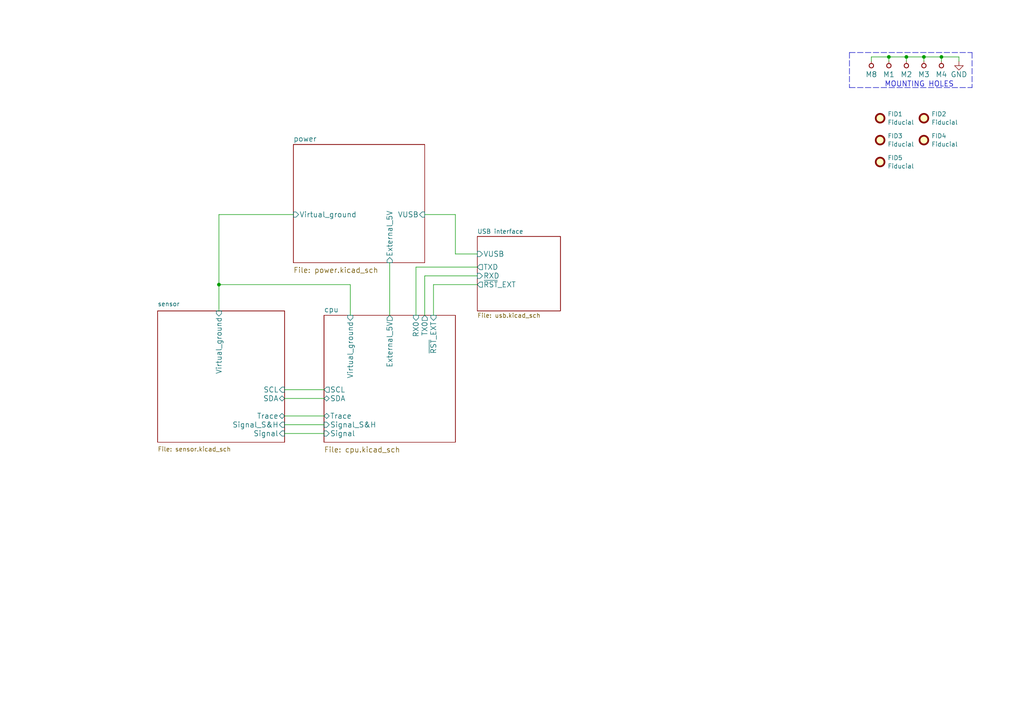
<source format=kicad_sch>
(kicad_sch (version 20230121) (generator eeschema)
  (paper "A4")
  (title_block (title "USTSIPIN02B") (date "2023-08-15") (company "UST.cz") (comment 2 "Silicon PIN diode based\\ndosimeter and spectrometer") (comment 3 "info@ust.cz"))
  (lib_symbols
    (symbol "MLAB_MECHANICAL:HOLE" (pin_numbers hide) (pin_names (offset 1.016) hide)
      (property "Reference" "M" (at 0 2.54 0))
      (property "Value" "HOLE" (at 0 -2.54 0))
      (symbol "HOLE_0_1"
        (circle (center 0 0) (radius 0.635) (stroke (width 0.254)))
      )
      (symbol "HOLE_1_1"
        (pin input line (at 1.27 0 180) (length 0.635) (name "~") (number "1"))
      )
    )
    (symbol "Mechanical:Fiducial"
      (property "Reference" "FID" (at 0 5.08 0))
      (property "Value" "Fiducial" (at 0 3.175 0))
      (symbol "Fiducial_0_1"
        (circle (center 0 0) (radius 1.27) (stroke (width 0.508)) (fill (type background)))
      )
    )
    (symbol "power:GND" (power) (pin_names (offset 0))
      (property "Value" "GND" (at 0 -3.81 0))
      (symbol "GND_0_1"
        (polyline (pts (xy 0 0) (xy 0 -1.27) (xy 1.27 -1.27) (xy 0 -2.54) (xy -1.27 -1.27) (xy 0 -1.27)))
      )
      (symbol "GND_1_1"
        (pin power_in line (at 0 0 270) (length 0) hide (name "GND") (number "1"))
      )
    )
  )
  (junction (at 63.5 82.55))
  (junction (at 257.81 16.51))
  (junction (at 273.05 16.51))
  (junction (at 262.89 16.51))
  (junction (at 267.97 16.51))
  (wire (pts (xy 82.55 120.65) (xy 93.98 120.65)))
  (wire (pts (xy 63.5 90.17) (xy 63.5 82.55)))
  (wire (pts (xy 63.5 82.55) (xy 63.5 62.23)))
  (wire (pts (xy 257.81 16.51) (xy 262.89 16.51)))
  (wire (pts (xy 82.55 113.03) (xy 93.98 113.03)))
  (wire (pts (xy 123.19 62.23) (xy 132.08 62.23)))
  (wire (pts (xy 138.43 82.55) (xy 125.73 82.55)))
  (polyline (pts (xy 281.94 15.24) (xy 281.94 25.4)) (stroke (width 0) (type dash)))
  (polyline (pts (xy 246.38 25.4) (xy 281.94 25.4)) (stroke (width 0) (type dash)))
  (polyline (pts (xy 246.38 15.24) (xy 281.94 15.24)) (stroke (width 0) (type dash)))
  (wire (pts (xy 125.73 82.55) (xy 125.73 91.44)))
  (wire (pts (xy 267.97 17.78) (xy 267.97 16.51)))
  (polyline (pts (xy 246.38 15.24) (xy 246.38 25.4)) (stroke (width 0) (type dash)))
  (wire (pts (xy 273.05 16.51) (xy 278.13 16.51)))
  (wire (pts (xy 63.5 62.23) (xy 85.09 62.23)))
  (wire (pts (xy 138.43 77.47) (xy 120.65 77.47)))
  (wire (pts (xy 113.03 76.2) (xy 113.03 91.44)))
  (wire (pts (xy 132.08 73.66) (xy 132.08 62.23)))
  (wire (pts (xy 101.6 82.55) (xy 63.5 82.55)))
  (wire (pts (xy 252.73 17.78) (xy 252.73 16.51)))
  (wire (pts (xy 262.89 17.78) (xy 262.89 16.51)))
  (wire (pts (xy 120.65 77.47) (xy 120.65 91.44)))
  (wire (pts (xy 123.19 80.01) (xy 123.19 91.44)))
  (wire (pts (xy 82.55 123.19) (xy 93.98 123.19)))
  (wire (pts (xy 273.05 17.78) (xy 273.05 16.51)))
  (wire (pts (xy 138.43 80.01) (xy 123.19 80.01)))
  (wire (pts (xy 132.08 73.66) (xy 138.43 73.66)))
  (wire (pts (xy 252.73 16.51) (xy 257.81 16.51)))
  (wire (pts (xy 82.55 125.73) (xy 93.98 125.73)))
  (wire (pts (xy 262.89 16.51) (xy 267.97 16.51)))
  (wire (pts (xy 101.6 91.44) (xy 101.6 82.55)))
  (wire (pts (xy 257.81 16.51) (xy 257.81 17.78)))
  (wire (pts (xy 278.13 17.78) (xy 278.13 16.51)))
  (wire (pts (xy 82.55 115.57) (xy 93.98 115.57)))
  (wire (pts (xy 267.97 16.51) (xy 273.05 16.51)))
  (text "MOUNTING HOLES" (at 256.54 25.4 0) (effects (font (size 1.524 1.524)) (justify left bottom)))
  (symbol (lib_id "MLAB_MECHANICAL:HOLE") (at 262.89 19.05 90) (unit 1)
    (property "Reference" "M2" (at 262.89 21.59 90) (effects (font (size 1.524 1.524))))
    (property "Value" "HOLE" (effects hide))
    (property "Footprint" "Mlab_Mechanical:MountingHole_3mm" (effects hide))
  )
  (symbol (lib_id "MLAB_MECHANICAL:HOLE") (at 267.97 19.05 90) (unit 1)
    (property "Reference" "M3" (at 267.97 21.59 90) (effects (font (size 1.524 1.524))))
    (property "Value" "HOLE" (effects hide))
    (property "Footprint" "Mlab_Mechanical:MountingHole_3mm" (effects hide))
  )
  (symbol (lib_id "MLAB_MECHANICAL:HOLE") (at 273.05 19.05 90) (unit 1)
    (property "Reference" "M4" (at 273.05 21.59 90) (effects (font (size 1.524 1.524))))
    (property "Value" "HOLE" (effects hide))
    (property "Footprint" "Mlab_Mechanical:MountingHole_3mm" (effects hide))
  )
  (symbol (lib_id "power:GND") (at 278.13 17.78 0) (unit 1)
    (property "Reference" "#PWR03" (effects hide))
    (property "Value" "GND" (at 278.13 21.59 0) (effects (font (size 1.524 1.524))))
  )
  (symbol (lib_id "MLAB_MECHANICAL:HOLE") (at 257.81 19.05 90) (unit 1)
    (property "Reference" "M1" (at 257.81 21.59 90) (effects (font (size 1.524 1.524))))
    (property "Value" "HOLE" (effects hide))
    (property "Footprint" "Mlab_Mechanical:MountingHole_3mm" (effects hide))
  )
  (symbol (lib_id "MLAB_MECHANICAL:HOLE") (at 252.73 19.05 90) (unit 1)
    (property "Reference" "M8" (at 252.73 21.59 90) (effects (font (size 1.524 1.524))))
    (property "Value" "BMI-S-204-F" (effects hide))
    (property "Footprint" "RF_Shielding:Laird_Technologies_BMI-S-204-F_32.00x32.00mm" (effects hide))
    (property "UST_ID" "5c72751c1287500b4e11301a" (effects hide))
  )
  (symbol (lib_id "Mechanical:Fiducial") (at 255.27 40.64 0) (unit 1)
    (property "Reference" "FID3" (at 257.429 39.4279 0) (effects (justify left)))
    (property "Value" "Fiducial" (at 257.429 41.8521 0) (effects (justify left)))
    (property "Footprint" "Fiducial:Fiducial_1mm_Mask2mm" (effects hide))
  )
  (symbol (lib_id "Mechanical:Fiducial") (at 255.27 34.29 0) (unit 1)
    (property "Reference" "FID1" (at 257.429 33.0779 0) (effects (justify left)))
    (property "Value" "Fiducial" (at 257.429 35.5021 0) (effects (justify left)))
    (property "Footprint" "Fiducial:Fiducial_1mm_Mask2mm" (effects hide))
  )
  (symbol (lib_id "Mechanical:Fiducial") (at 267.97 34.29 0) (unit 1)
    (property "Reference" "FID2" (at 270.129 33.0779 0) (effects (justify left)))
    (property "Value" "Fiducial" (at 270.129 35.5021 0) (effects (justify left)))
    (property "Footprint" "Fiducial:Fiducial_1mm_Mask2mm" (effects hide))
  )
  (symbol (lib_id "Mechanical:Fiducial") (at 267.97 40.64 0) (unit 1)
    (property "Reference" "FID4" (at 270.129 39.4279 0) (effects (justify left)))
    (property "Value" "Fiducial" (at 270.129 41.8521 0) (effects (justify left)))
    (property "Footprint" "Fiducial:Fiducial_1mm_Mask2mm" (effects hide))
  )
  (symbol (lib_id "Mechanical:Fiducial") (at 255.27 46.99 0) (unit 1)
    (property "Reference" "FID5" (at 257.429 45.7779 0) (effects (justify left)))
    (property "Value" "Fiducial" (at 257.429 48.2021 0) (effects (justify left)))
    (property "Footprint" "Fiducial:Fiducial_1mm_Mask2mm" (effects hide))
  )
  (sheet (at 93.98 91.44) (size 38.1 36.83)
    (property "Sheetname" "cpu" (at 93.98 90.6775 0) (effects (font (size 1.524 1.524)) (justify left bottom)))
    (property "Sheetfile" "cpu.kicad_sch" (at 93.98 129.54 0) (effects (font (size 1.524 1.524)) (justify left top)))
    (pin "Virtual_ground" input (at 101.6 91.44 90) (effects (font (size 1.524 1.524))))
    (pin "Signal" input (at 93.98 125.73 180) (effects (font (size 1.524 1.524))))
    (pin "Signal_S&H" input (at 93.98 123.19 180) (effects (font (size 1.524 1.524))))
    (pin "SCL" output (at 93.98 113.03 180) (effects (font (size 1.524 1.524))))
    (pin "SDA" bidirectional (at 93.98 115.57 180) (effects (font (size 1.524 1.524))))
    (pin "External_5V" output (at 113.03 91.44 90) (effects (font (size 1.524 1.524))))
    (pin "~{RST}_EXT" input (at 125.73 91.44 90) (effects (font (size 1.524 1.524))))
    (pin "Trace" bidirectional (at 93.98 120.65 180) (effects (font (size 1.524 1.524))))
    (pin "TX0" output (at 123.19 91.44 90) (effects (font (size 1.524 1.524))))
    (pin "RX0" input (at 120.65 91.44 90) (effects (font (size 1.524 1.524))))
  )
  (sheet (at 85.09 41.91) (size 38.1 34.29)
    (property "Sheetname" "power" (at 85.09 41.1475 0) (effects (font (size 1.524 1.524)) (justify left bottom)))
    (property "Sheetfile" "power.kicad_sch" (at 85.09 77.47 0) (effects (font (size 1.524 1.524)) (justify left top)))
    (pin "VUSB" input (at 123.19 62.23 0) (effects (font (size 1.524 1.524))))
    (pin "Virtual_ground" input (at 85.09 62.23 180) (effects (font (size 1.524 1.524))))
    (pin "External_5V" input (at 113.03 76.2 270) (effects (font (size 1.524 1.524))))
  )
  (sheet (at 138.43 68.58) (size 24.13 21.59) (stroke (width 0.1524))
    (property "Sheetname" "USB interface" (at 138.43 67.8684 0) (effects (justify left bottom)))
    (property "Sheetfile" "usb.kicad_sch" (at 138.43 90.7546 0) (effects (justify left top)))
    (pin "VUSB" input (at 138.43 73.66 180) (effects (font (size 1.524 1.524))))
    (pin "~{RST}_EXT" output (at 138.43 82.55 180) (effects (font (size 1.524 1.524))))
    (pin "TXD" output (at 138.43 77.47 180) (effects (font (size 1.524 1.524))))
    (pin "RXD" input (at 138.43 80.01 180) (effects (font (size 1.524 1.524))))
  )
  (sheet (at 45.72 90.17) (size 36.83 38.1) (stroke (width 0.1524))
    (property "Sheetname" "sensor" (at 45.72 88.9 0) (effects (justify left bottom)))
    (property "Sheetfile" "sensor.kicad_sch" (at 45.72 129.54 0) (effects (justify left top)))
    (pin "Virtual_ground" input (at 63.5 90.17 90) (effects (font (size 1.524 1.524))))
    (pin "Signal_S&H" input (at 82.55 123.19 0) (effects (font (size 1.524 1.524))))
    (pin "Signal" input (at 82.55 125.73 0) (effects (font (size 1.524 1.524))))
    (pin "SCL" input (at 82.55 113.03 0) (effects (font (size 1.524 1.524))))
    (pin "SDA" bidirectional (at 82.55 115.57 0) (effects (font (size 1.524 1.524))))
    (pin "Trace" bidirectional (at 82.55 120.65 0) (effects (font (size 1.524 1.524))))
  )
)
</source>
